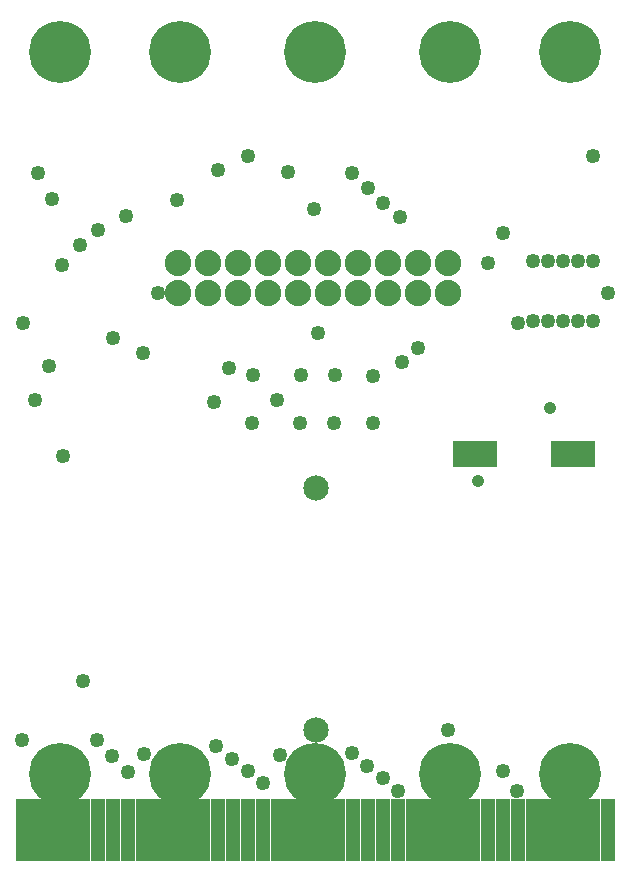
<source format=gts>
G04 MADE WITH FRITZING*
G04 WWW.FRITZING.ORG*
G04 DOUBLE SIDED*
G04 HOLES PLATED*
G04 CONTOUR ON CENTER OF CONTOUR VECTOR*
%ASAXBY*%
%FSLAX23Y23*%
%MOIN*%
%OFA0B0*%
%SFA1.0B1.0*%
%ADD10C,0.049370*%
%ADD11C,0.041496*%
%ADD12C,0.206850*%
%ADD13C,0.088000*%
%ADD14C,0.084803*%
%ADD15R,0.049370X0.206850*%
%ADD16R,0.199370X0.206850*%
%ADD17R,0.147795X0.088740*%
%LNMASK1*%
G90*
G70*
G54D10*
X1699Y237D03*
X1650Y304D03*
X1301Y237D03*
X1250Y280D03*
X1199Y320D03*
X1148Y363D03*
X694Y387D03*
X749Y343D03*
X801Y305D03*
X851Y262D03*
X49Y408D03*
X297Y406D03*
X349Y354D03*
X401Y301D03*
X454Y359D03*
X183Y1352D03*
G54D11*
X1566Y1271D03*
X1808Y1513D03*
X1566Y1271D03*
X1808Y1513D03*
G54D12*
X175Y2701D03*
X575Y2701D03*
X1025Y2701D03*
X1475Y2701D03*
X1875Y2701D03*
X1875Y292D03*
X1475Y292D03*
X1025Y292D03*
X574Y292D03*
X174Y292D03*
G54D13*
X1469Y1998D03*
X1369Y1998D03*
X1269Y1998D03*
X1169Y1998D03*
X1069Y1998D03*
X969Y1998D03*
X869Y1998D03*
X769Y1998D03*
X669Y1998D03*
X569Y1998D03*
X1469Y1998D03*
X1369Y1998D03*
X1269Y1998D03*
X1169Y1998D03*
X1069Y1998D03*
X969Y1998D03*
X869Y1998D03*
X769Y1998D03*
X669Y1998D03*
X569Y1998D03*
X569Y1898D03*
X669Y1898D03*
X769Y1898D03*
X869Y1898D03*
X969Y1898D03*
X1069Y1898D03*
X1169Y1898D03*
X1269Y1898D03*
X1369Y1898D03*
X1469Y1898D03*
G54D10*
X2000Y1898D03*
X1600Y1998D03*
X1650Y2098D03*
X1700Y1798D03*
X181Y1990D03*
X500Y1898D03*
X50Y1798D03*
X300Y2107D03*
X350Y1748D03*
X450Y1698D03*
X1306Y2151D03*
X1366Y1712D03*
X1750Y2004D03*
X1750Y1804D03*
X394Y2154D03*
X1250Y2198D03*
X1314Y1667D03*
X1800Y2004D03*
X1800Y1804D03*
X906Y356D03*
X250Y604D03*
X242Y2057D03*
X1200Y2248D03*
X1218Y1621D03*
X1850Y1804D03*
X1850Y2004D03*
X1147Y2298D03*
X1091Y1622D03*
X1900Y1804D03*
X1900Y2004D03*
X700Y2307D03*
X92Y1540D03*
X689Y1534D03*
X564Y2207D03*
X736Y1647D03*
X100Y2298D03*
X147Y2209D03*
X136Y1654D03*
X800Y2354D03*
X1950Y2354D03*
X817Y1623D03*
X1950Y2004D03*
X1950Y1804D03*
X976Y1623D03*
X1088Y1465D03*
X897Y1541D03*
X814Y1465D03*
X975Y1465D03*
X1022Y2176D03*
X933Y2301D03*
X1033Y1762D03*
X1468Y440D03*
X1218Y1465D03*
G54D14*
X1028Y441D03*
X1028Y1246D03*
G54D15*
X1250Y108D03*
X1300Y108D03*
G54D16*
X1475Y107D03*
G54D15*
X1350Y108D03*
X1600Y108D03*
X1650Y108D03*
X1700Y108D03*
G54D16*
X1875Y107D03*
G54D15*
X1750Y108D03*
X2000Y108D03*
G54D17*
X1556Y1360D03*
X1883Y1360D03*
G54D15*
X400Y108D03*
G54D16*
X175Y107D03*
G54D15*
X50Y108D03*
X300Y108D03*
X350Y108D03*
G54D16*
X575Y107D03*
G54D15*
X450Y108D03*
X700Y108D03*
X750Y108D03*
X800Y108D03*
X850Y108D03*
G54D16*
X1025Y107D03*
G54D15*
X900Y108D03*
X1150Y108D03*
X1200Y108D03*
G04 End of Mask1*
M02*
</source>
